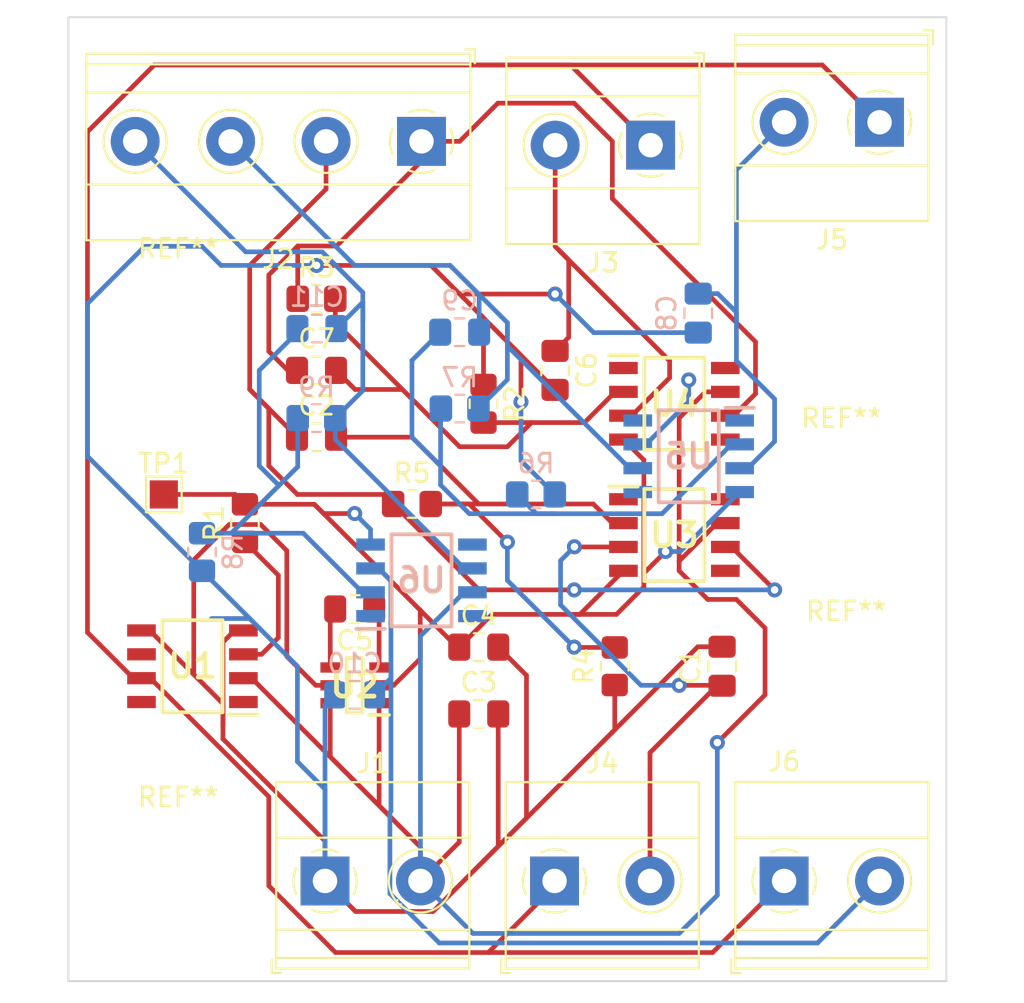
<source format=kicad_pcb>
(kicad_pcb (version 20211014) (generator pcbnew)
  (layers (0 "F.Cu" signal) (31 "B.Cu" signal) (34 "B.Paste" user) (35 "F.Paste" user) (36 "B.SilkS" user "B.Silkscreen") (37 "F.SilkS" user "F.Silkscreen") (38 "B.Mask" user) (39 "F.Mask" user) (44 "Edge.Cuts" user))
  (net 0 "")
  (net 1 "/Amplifier2/K+")
  (net 2 "GND")
  (net 3 "/Amplifier2/Vout")
  (net 4 "Net-(C2-Pad2)")
  (net 5 "+5V")
  (net 6 "-5V")
  (net 7 "Net-(C5-Pad1)")
  (net 8 "Net-(C5-Pad2)")
  (net 9 "/Amplifier1/K+")
  (net 10 "/Amplifier1/Vout")
  (net 11 "Net-(C7-Pad2)")
  (net 12 "/Amplifier3/K+")
  (net 13 "/Amplifier3/Vout")
  (net 14 "Net-(C9-Pad2)")
  (net 15 "/Amplifier4/K+")
  (net 16 "/Amplifier4/Vout")
  (net 17 "Net-(C11-Pad2)")
  (net 18 "/K-")
  (net 19 "Net-(R1-Pad1)")
  (footprint "Resistor_SMD:R_0805_2012Metric_Pad1.20x1.40mm_HandSolder" (layer "F.Cu") (at 97.79 69.85 -90)
    (fp_text reference "R2" (at 0 -1.65 90) (layer "F.SilkS"))
    (fp_text value "1kΩ")
    (pad "1" smd roundrect locked (at -1 0 270) (size 1.2 1.4) (layers "F.Cu" "F.Paste" "F.Mask") (roundrect_rratio 0.208333) (net 2 "GND"))
    (pad "2" smd roundrect locked (at 1 0 270) (size 1.2 1.4) (layers "F.Cu" "F.Paste" "F.Mask") (roundrect_rratio 0.208333) (net 11 "Net-(C7-Pad2)"))
  )
  (footprint "SamacSys_Parts:SOT95P280X100-6N" (layer "F.Cu") (at 90.932 84.836 180)
    (fp_text reference "U2" (at 0 0) (layer "F.SilkS") (effects (font (size 1.27 1.27) (thickness 0.254))))
    (fp_text value "LTC1983-5" hide)
    (pad "1" smd rect locked (at -1.3 -0.95 270) (size 0.55 1.05) (layers "F.Cu" "F.Paste" "F.Mask") (net 5 "+5V"))
    (pad "2" smd rect locked (at -1.3 0 270) (size 0.55 1.05) (layers "F.Cu" "F.Paste" "F.Mask") (net 6 "-5V"))
    (pad "3" smd rect locked (at -1.3 0.95 270) (size 0.55 1.05) (layers "F.Cu" "F.Paste" "F.Mask") (net 7 "Net-(C5-Pad1)"))
    (pad "4" smd rect locked (at 1.3 0.95 270) (size 0.55 1.05) (layers "F.Cu" "F.Paste" "F.Mask") (net 8 "Net-(C5-Pad2)"))
    (pad "5" smd rect locked (at 1.3 0 270) (size 0.55 1.05) (layers "F.Cu" "F.Paste" "F.Mask") (net 2 "GND"))
    (pad "6" smd rect locked (at 1.3 -0.95 270) (size 0.55 1.05) (layers "F.Cu" "F.Paste" "F.Mask") (net 5 "+5V"))
  )
  (footprint "TerminalBlock_Phoenix:TerminalBlock_Phoenix_MKDS-1,5-2-5.08_1x02_P5.08mm_Horizontal" (layer "F.Cu") (at 106.685 56.083 180)
    (fp_text reference "J3" (at 2.54 -6.26) (layer "F.SilkS"))
    (fp_text value "Thermocouple_Terminal")
    (pad "1" thru_hole rect locked (at 0 0 180) (size 2.6 2.6) (drill 1.3) (layers *.Cu *.Mask) (net 18 "/K-"))
    (pad "2" thru_hole circle locked (at 5.08 0 180) (size 2.6 2.6) (drill 1.3) (layers *.Cu *.Mask) (net 9 "/Amplifier1/K+"))
  )
  (footprint "SamacSys_Parts:NE555DR" (layer "F.Cu") (at 107.95 76.835)
    (fp_text reference "U3" (at 0 0) (layer "F.SilkS") (effects (font (size 1.27 1.27) (thickness 0.254))))
    (fp_text value "LT1001" hide)
    (pad "1" smd rect locked (at -2.712 -1.905 90) (size 0.65 1.525) (layers "F.Cu" "F.Paste"))
    (pad "2" smd rect locked (at -2.712 -0.635 90) (size 0.65 1.525) (layers "F.Cu" "F.Paste") (net 4 "Net-(C2-Pad2)"))
    (pad "3" smd rect locked (at -2.712 0.635 90) (size 0.65 1.525) (layers "F.Cu" "F.Paste") (net 1 "/Amplifier2/K+"))
    (pad "4" smd rect locked (at -2.712 1.905 90) (size 0.65 1.525) (layers "F.Cu" "F.Paste") (net 6 "-5V"))
    (pad "5" smd rect locked (at 2.712 1.905 90) (size 0.65 1.525) (layers "F.Cu" "F.Paste"))
    (pad "6" smd rect locked (at 2.712 0.635 90) (size 0.65 1.525) (layers "F.Cu" "F.Paste") (net 3 "/Amplifier2/Vout"))
    (pad "7" smd rect locked (at 2.712 -0.635 90) (size 0.65 1.525) (layers "F.Cu" "F.Paste") (net 5 "+5V"))
    (pad "8" smd rect locked (at 2.712 -1.905 90) (size 0.65 1.525) (layers "F.Cu" "F.Paste"))
  )
  (footprint "SamacSys_Parts:SOIC127P599X175-8N" (layer "F.Cu") (at 82.296 83.82 180)
    (fp_text reference "U1" (at 0 0) (layer "F.SilkS") (effects (font (size 1.27 1.27) (thickness 0.254))))
    (fp_text value "LT1025" hide)
    (pad "1" smd rect locked (at -2.712 -1.905 270) (size 0.65 1.526) (layers "F.Cu" "F.Paste" "F.Mask"))
    (pad "2" smd rect locked (at -2.712 -0.635 270) (size 0.65 1.526) (layers "F.Cu" "F.Paste" "F.Mask") (net 5 "+5V"))
    (pad "3" smd rect locked (at -2.712 0.635 270) (size 0.65 1.526) (layers "F.Cu" "F.Paste" "F.Mask") (net 19 "Net-(R1-Pad1)"))
    (pad "4" smd rect locked (at -2.712 1.905 270) (size 0.65 1.526) (layers "F.Cu" "F.Paste" "F.Mask") (net 2 "GND"))
    (pad "5" smd rect locked (at 2.712 1.905 270) (size 0.65 1.526) (layers "F.Cu" "F.Paste" "F.Mask") (net 2 "GND"))
    (pad "6" smd rect locked (at 2.712 0.635 270) (size 0.65 1.526) (layers "F.Cu" "F.Paste" "F.Mask"))
    (pad "7" smd rect locked (at 2.712 -0.635 270) (size 0.65 1.526) (layers "F.Cu" "F.Paste" "F.Mask") (net 18 "/K-"))
    (pad "8" smd rect locked (at 2.712 -1.905 270) (size 0.65 1.526) (layers "F.Cu" "F.Paste" "F.Mask"))
  )
  (footprint "Capacitor_SMD:C_0805_2012Metric_Pad1.18x1.45mm_HandSolder" (layer "F.Cu") (at 97.536 86.36)
    (fp_text reference "C3" (at 0 -1.68) (layer "F.SilkS"))
    (fp_text value "10uF")
    (pad "1" smd roundrect locked (at -1.0375 0) (size 1.175 1.45) (layers "F.Cu" "F.Paste" "F.Mask") (roundrect_rratio 0.212766) (net 5 "+5V"))
    (pad "2" smd roundrect locked (at 1.0375 0) (size 1.175 1.45) (layers "F.Cu" "F.Paste" "F.Mask") (roundrect_rratio 0.212766) (net 2 "GND"))
  )
  (footprint "Capacitor_SMD:C_0805_2012Metric_Pad1.18x1.45mm_HandSolder" (layer "F.Cu") (at 110.49 83.82 90)
    (fp_text reference "C1" (at 0 -1.68 90) (layer "F.SilkS"))
    (fp_text value "0.1uF")
    (pad "1" smd roundrect locked (at -1.0375 0 90) (size 1.175 1.45) (layers "F.Cu" "F.Paste" "F.Mask") (roundrect_rratio 0.212766) (net 1 "/Amplifier2/K+"))
    (pad "2" smd roundrect locked (at 1.0375 0 90) (size 1.175 1.45) (layers "F.Cu" "F.Paste" "F.Mask") (roundrect_rratio 0.212766) (net 2 "GND"))
  )
  (footprint "Capacitor_SMD:C_0805_2012Metric_Pad1.18x1.45mm_HandSolder" (layer "F.Cu") (at 97.536 82.804)
    (fp_text reference "C4" (at 0 -1.68) (layer "F.SilkS"))
    (fp_text value "10uF")
    (pad "1" smd roundrect locked (at -1.0375 0) (size 1.175 1.45) (layers "F.Cu" "F.Paste" "F.Mask") (roundrect_rratio 0.212766) (net 6 "-5V"))
    (pad "2" smd roundrect locked (at 1.0375 0) (size 1.175 1.45) (layers "F.Cu" "F.Paste" "F.Mask") (roundrect_rratio 0.212766) (net 2 "GND"))
  )
  (footprint "MountingHole:MountingHole_3.2mm_M3" (layer "F.Cu") (at 81.534 65.786)
    (fp_text reference "REF**" (at 0 -4.2) (layer "F.SilkS"))
    (fp_text value "MountingHole_3.2mm_M3")
    (pad "" np_thru_hole circle locked (at 0 0) (size 3.2 3.2) (drill 3.2) (layers *.Cu *.Mask))
  )
  (footprint "TerminalBlock_Phoenix:TerminalBlock_Phoenix_MKDS-1,5-2-5.08_1x02_P5.08mm_Horizontal" (layer "F.Cu") (at 101.572 95.25)
    (fp_text reference "J4" (at 2.54 -6.26) (layer "F.SilkS"))
    (fp_text value "Thermocouple_Terminal")
    (pad "1" thru_hole rect locked (at 0 0) (size 2.6 2.6) (drill 1.3) (layers *.Cu *.Mask) (net 18 "/K-"))
    (pad "2" thru_hole circle locked (at 5.08 0) (size 2.6 2.6) (drill 1.3) (layers *.Cu *.Mask) (net 1 "/Amplifier2/K+"))
  )
  (footprint "MountingHole:MountingHole_3.2mm_M3" (layer "F.Cu") (at 116.332 66.04)
    (fp_text reference "REF**" (at 0.508 4.572) (layer "F.SilkS"))
    (fp_text value "MountingHole_3.2mm_M3")
    (pad "" np_thru_hole circle locked (at 0 0) (size 3.2 3.2) (drill 3.2) (layers *.Cu *.Mask))
  )
  (footprint "SamacSys_Parts:NE555DR" (layer "F.Cu") (at 107.95 69.85)
    (fp_text reference "U4" (at 0 0) (layer "F.SilkS") (effects (font (size 1.27 1.27) (thickness 0.254))))
    (fp_text value "LT1001" hide)
    (pad "1" smd rect locked (at -2.712 -1.905 90) (size 0.65 1.525) (layers "F.Cu" "F.Paste"))
    (pad "2" smd rect locked (at -2.712 -0.635 90) (size 0.65 1.525) (layers "F.Cu" "F.Paste") (net 11 "Net-(C7-Pad2)"))
    (pad "3" smd rect locked (at -2.712 0.635 90) (size 0.65 1.525) (layers "F.Cu" "F.Paste") (net 9 "/Amplifier1/K+"))
    (pad "4" smd rect locked (at -2.712 1.905 90) (size 0.65 1.525) (layers "F.Cu" "F.Paste") (net 6 "-5V"))
    (pad "5" smd rect locked (at 2.712 1.905 90) (size 0.65 1.525) (layers "F.Cu" "F.Paste"))
    (pad "6" smd rect locked (at 2.712 0.635 90) (size 0.65 1.525) (layers "F.Cu" "F.Paste") (net 10 "/Amplifier1/Vout"))
    (pad "7" smd rect locked (at 2.712 -0.635 90) (size 0.65 1.525) (layers "F.Cu" "F.Paste") (net 5 "+5V"))
    (pad "8" smd rect locked (at 2.712 -1.905 90) (size 0.65 1.525) (layers "F.Cu" "F.Paste"))
  )
  (footprint "Capacitor_SMD:C_0805_2012Metric_Pad1.18x1.45mm_HandSolder" (layer "F.Cu") (at 88.9 71.628)
    (fp_text reference "C2" (at 0 -1.68) (layer "F.SilkS"))
    (fp_text value "0.1uF")
    (pad "1" smd roundrect locked (at -1.0375 0) (size 1.175 1.45) (layers "F.Cu" "F.Paste" "F.Mask") (roundrect_rratio 0.212766) (net 3 "/Amplifier2/Vout"))
    (pad "2" smd roundrect locked (at 1.0375 0) (size 1.175 1.45) (layers "F.Cu" "F.Paste" "F.Mask") (roundrect_rratio 0.212766) (net 4 "Net-(C2-Pad2)"))
  )
  (footprint "TestPoint:TestPoint_Pad_1.5x1.5mm" (layer "F.Cu") (at 80.772 74.676)
    (fp_text reference "TP1" (at 0 -1.648) (layer "F.SilkS"))
    (fp_text value "TestPoint")
    (pad "1" smd rect locked (at 0 0) (size 1.5 1.5) (layers "F.Cu" "F.Mask") (net 6 "-5V"))
  )
  (footprint "TerminalBlock_Phoenix:TerminalBlock_Phoenix_MKDS-1,5-2-5.08_1x02_P5.08mm_Horizontal" (layer "F.Cu") (at 89.352 95.25)
    (fp_text reference "J1" (at 2.54 -6.26) (layer "F.SilkS"))
    (fp_text value "Input_Screw_Terminal")
    (pad "1" thru_hole rect locked (at 0 0) (size 2.6 2.6) (drill 1.3) (layers *.Cu *.Mask) (net 2 "GND"))
    (pad "2" thru_hole circle locked (at 5.08 0) (size 2.6 2.6) (drill 1.3) (layers *.Cu *.Mask) (net 5 "+5V"))
  )
  (footprint "TerminalBlock_Phoenix:TerminalBlock_Phoenix_MKDS-1,5-4-5.08_1x04_P5.08mm_Horizontal" (layer "F.Cu") (at 94.488 55.88 180)
    (fp_text reference "J2" (at 7.62 -6.26) (layer "F.SilkS"))
    (fp_text value "Output_Screw_Terminal")
    (pad "1" thru_hole rect locked (at 0 0 180) (size 2.6 2.6) (drill 1.3) (layers *.Cu *.Mask) (net 10 "/Amplifier1/Vout"))
    (pad "2" thru_hole circle locked (at 5.08 0 180) (size 2.6 2.6) (drill 1.3) (layers *.Cu *.Mask) (net 3 "/Amplifier2/Vout"))
    (pad "3" thru_hole circle locked (at 10.16 0 180) (size 2.6 2.6) (drill 1.3) (layers *.Cu *.Mask) (net 13 "/Amplifier3/Vout"))
    (pad "4" thru_hole circle locked (at 15.24 0 180) (size 2.6 2.6) (drill 1.3) (layers *.Cu *.Mask) (net 16 "/Amplifier4/Vout"))
  )
  (footprint "Resistor_SMD:R_0805_2012Metric_Pad1.20x1.40mm_HandSolder" (layer "F.Cu") (at 88.9 64.262)
    (fp_text reference "R3" (at 0 -1.65) (layer "F.SilkS"))
    (fp_text value "17.3kΩ")
    (pad "1" smd roundrect locked (at -1 0) (size 1.2 1.4) (layers "F.Cu" "F.Paste" "F.Mask") (roundrect_rratio 0.208333) (net 10 "/Amplifier1/Vout"))
    (pad "2" smd roundrect locked (at 1 0) (size 1.2 1.4) (layers "F.Cu" "F.Paste" "F.Mask") (roundrect_rratio 0.208333) (net 11 "Net-(C7-Pad2)"))
  )
  (footprint "Capacitor_SMD:C_0805_2012Metric_Pad1.18x1.45mm_HandSolder" (layer "F.Cu") (at 88.9 68.072)
    (fp_text reference "C7" (at 0 -1.68) (layer "F.SilkS"))
    (fp_text value "0.1uF")
    (pad "1" smd roundrect locked (at -1.0375 0) (size 1.175 1.45) (layers "F.Cu" "F.Paste" "F.Mask") (roundrect_rratio 0.212766) (net 10 "/Amplifier1/Vout"))
    (pad "2" smd roundrect locked (at 1.0375 0) (size 1.175 1.45) (layers "F.Cu" "F.Paste" "F.Mask") (roundrect_rratio 0.212766) (net 11 "Net-(C7-Pad2)"))
  )
  (footprint "MountingHole:MountingHole_3.2mm_M3" (layer "F.Cu") (at 117.094 85.09)
    (fp_text reference "REF**" (at 0 -4.2) (layer "F.SilkS"))
    (fp_text value "MountingHole_3.2mm_M3")
    (pad "" np_thru_hole circle locked (at 0 0) (size 3.2 3.2) (drill 3.2) (layers *.Cu *.Mask))
  )
  (footprint "Resistor_SMD:R_0805_2012Metric_Pad1.20x1.40mm_HandSolder" (layer "F.Cu") (at 104.775 83.82 90)
    (fp_text reference "R4" (at 0 -1.65 90) (layer "F.SilkS"))
    (fp_text value "1kΩ")
    (pad "1" smd roundrect locked (at -1 0 90) (size 1.2 1.4) (layers "F.Cu" "F.Paste" "F.Mask") (roundrect_rratio 0.208333) (net 2 "GND"))
    (pad "2" smd roundrect locked (at 1 0 90) (size 1.2 1.4) (layers "F.Cu" "F.Paste" "F.Mask") (roundrect_rratio 0.208333) (net 4 "Net-(C2-Pad2)"))
  )
  (footprint "MountingHole:MountingHole_3.2mm_M3" (layer "F.Cu") (at 81.534 94.996)
    (fp_text reference "REF**" (at 0 -4.2) (layer "F.SilkS"))
    (fp_text value "MountingHole_3.2mm_M3")
    (pad "" np_thru_hole circle locked (at 0 0) (size 3.2 3.2) (drill 3.2) (layers *.Cu *.Mask))
  )
  (footprint "Capacitor_SMD:C_0805_2012Metric_Pad1.18x1.45mm_HandSolder" (layer "F.Cu") (at 101.6 68.072 -90)
    (fp_text reference "C6" (at 0 -1.68 90) (layer "F.SilkS"))
    (fp_text value "0.1uF")
    (pad "1" smd roundrect locked (at -1.0375 0 270) (size 1.175 1.45) (layers "F.Cu" "F.Paste" "F.Mask") (roundrect_rratio 0.212766) (net 9 "/Amplifier1/K+"))
    (pad "2" smd roundrect locked (at 1.0375 0 270) (size 1.175 1.45) (layers "F.Cu" "F.Paste" "F.Mask") (roundrect_rratio 0.212766) (net 2 "GND"))
  )
  (footprint "Resistor_SMD:R_0805_2012Metric_Pad1.20x1.40mm_HandSolder" (layer "F.Cu") (at 85.09 76.2 90)
    (fp_text reference "R1" (at 0 -1.65 90) (layer "F.SilkS"))
    (fp_text value "150kΩ")
    (pad "1" smd roundrect locked (at -1 0 90) (size 1.2 1.4) (layers "F.Cu" "F.Paste" "F.Mask") (roundrect_rratio 0.208333) (net 19 "Net-(R1-Pad1)"))
    (pad "2" smd roundrect locked (at 1 0 90) (size 1.2 1.4) (layers "F.Cu" "F.Paste" "F.Mask") (roundrect_rratio 0.208333) (net 6 "-5V"))
  )
  (footprint "TerminalBlock_Phoenix:TerminalBlock_Phoenix_MKDS-1,5-2-5.08_1x02_P5.08mm_Horizontal" (layer "F.Cu") (at 113.792 95.25)
    (fp_text reference "J6" (at 0 -6.35) (layer "F.SilkS"))
    (fp_text value "Thermocouple_Terminal")
    (pad "1" thru_hole rect locked (at 0 0) (size 2.6 2.6) (drill 1.3) (layers *.Cu *.Mask) (net 18 "/K-"))
    (pad "2" thru_hole circle locked (at 5.08 0) (size 2.6 2.6) (drill 1.3) (layers *.Cu *.Mask) (net 15 "/Amplifier4/K+"))
  )
  (footprint "TerminalBlock_Phoenix:TerminalBlock_Phoenix_MKDS-1,5-2-5.08_1x02_P5.08mm_Horizontal" (layer "F.Cu") (at 118.872 54.864 180)
    (fp_text reference "J5" (at 2.54 -6.26) (layer "F.SilkS"))
    (fp_text value "Thermocouple_Terminal")
    (pad "1" thru_hole rect locked (at 0 0 180) (size 2.6 2.6) (drill 1.3) (layers *.Cu *.Mask) (net 18 "/K-"))
    (pad "2" thru_hole circle locked (at 5.08 0 180) (size 2.6 2.6) (drill 1.3) (layers *.Cu *.Mask) (net 12 "/Amplifier3/K+"))
  )
  (footprint "Resistor_SMD:R_0805_2012Metric_Pad1.20x1.40mm_HandSolder" (layer "F.Cu") (at 93.98 75.184)
    (fp_text reference "R5" (at 0 -1.65) (layer "F.SilkS"))
    (fp_text value "17.3kΩ")
    (pad "1" smd roundrect locked (at -1 0) (size 1.2 1.4) (layers "F.Cu" "F.Paste" "F.Mask") (roundrect_rratio 0.208333) (net 3 "/Amplifier2/Vout"))
    (pad "2" smd roundrect locked (at 1 0) (size 1.2 1.4) (layers "F.Cu" "F.Paste" "F.Mask") (roundrect_rratio 0.208333) (net 4 "Net-(C2-Pad2)"))
  )
  (footprint "Capacitor_SMD:C_0805_2012Metric_Pad1.18x1.45mm_HandSolder" (layer "F.Cu") (at 90.932 80.772 180)
    (fp_text reference "C5" (at 0 -1.68) (layer "F.SilkS"))
    (fp_text value "1uF")
    (pad "1" smd roundrect locked (at -1.0375 0 180) (size 1.175 1.45) (layers "F.Cu" "F.Paste" "F.Mask") (roundrect_rratio 0.212766) (net 7 "Net-(C5-Pad1)"))
    (pad "2" smd roundrect locked (at 1.0375 0 180) (size 1.175 1.45) (layers "F.Cu" "F.Paste" "F.Mask") (roundrect_rratio 0.212766) (net 8 "Net-(C5-Pad2)"))
  )
  (footprint "Resistor_SMD:R_0805_2012Metric_Pad1.20x1.40mm_HandSolder" (layer "B.Cu") (at 100.584 74.676 180)
    (fp_text reference "R6" (at 0 1.65) (layer "B.SilkS") (effects (justify mirror)))
    (fp_text value "1kΩ")
    (pad "1" smd roundrect locked (at -1 0 180) (size 1.2 1.4) (layers "B.Cu" "B.Paste" "B.Mask") (roundrect_rratio 0.208333) (net 2 "GND"))
    (pad "2" smd roundrect locked (at 1 0 180) (size 1.2 1.4) (layers "B.Cu" "B.Paste" "B.Mask") (roundrect_rratio 0.208333) (net 14 "Net-(C9-Pad2)"))
  )
  (footprint "SamacSys_Parts:NE555DR" (layer "B.Cu") (at 94.488 79.248)
    (fp_text reference "U6" (at 0 0) (layer "B.SilkS") (effects (font (size 1.27 1.27) (thickness 0.254)) (justify mirror)))
    (fp_text value "LT1001" hide)
    (pad "1" smd rect locked (at -2.712 1.905 270) (size 0.65 1.525) (layers "B.Cu" "B.Paste"))
    (pad "2" smd rect locked (at -2.712 0.635 270) (size 0.65 1.525) (layers "B.Cu" "B.Paste") (net 17 "Net-(C11-Pad2)"))
    (pad "3" smd rect locked (at -2.712 -0.635 270) (size 0.65 1.525) (layers "B.Cu" "B.Paste") (net 15 "/Amplifier4/K+"))
    (pad "4" smd rect locked (at -2.712 -1.905 270) (size 0.65 1.525) (layers "B.Cu" "B.Paste") (net 6 "-5V"))
    (pad "5" smd rect locked (at 2.712 -1.905 270) (size 0.65 1.525) (layers "B.Cu" "B.Paste"))
    (pad "6" smd rect locked (at 2.712 -0.635 270) (size 0.65 1.525) (layers "B.Cu" "B.Paste") (net 16 "/Amplifier4/Vout"))
    (pad "7" smd rect locked (at 2.712 0.635 270) (size 0.65 1.525) (layers "B.Cu" "B.Paste") (net 5 "+5V"))
    (pad "8" smd rect locked (at 2.712 1.905 270) (size 0.65 1.525) (layers "B.Cu" "B.Paste"))
  )
  (footprint "Resistor_SMD:R_0805_2012Metric_Pad1.20x1.40mm_HandSolder" (layer "B.Cu") (at 82.804 77.74 90)
    (fp_text reference "R8" (at 0 1.65 90) (layer "B.SilkS") (effects (justify mirror)))
    (fp_text value "1kΩ")
    (pad "1" smd roundrect locked (at -1 0 90) (size 1.2 1.4) (layers "B.Cu" "B.Paste" "B.Mask") (roundrect_rratio 0.208333) (net 2 "GND"))
    (pad "2" smd roundrect locked (at 1 0 90) (size 1.2 1.4) (layers "B.Cu" "B.Paste" "B.Mask") (roundrect_rratio 0.208333) (net 17 "Net-(C11-Pad2)"))
  )
  (footprint "Capacitor_SMD:C_0805_2012Metric_Pad1.18x1.45mm_HandSolder" (layer "B.Cu") (at 88.921 65.846 180)
    (fp_text reference "C11" (at 0 1.68) (layer "B.SilkS") (effects (justify mirror)))
    (fp_text value "0.1uF")
    (pad "1" smd roundrect locked (at -1.0375 0 180) (size 1.175 1.45) (layers "B.Cu" "B.Paste" "B.Mask") (roundrect_rratio 0.212766) (net 16 "/Amplifier4/Vout"))
    (pad "2" smd roundrect locked (at 1.0375 0 180) (size 1.175 1.45) (layers "B.Cu" "B.Paste" "B.Mask") (roundrect_rratio 0.212766) (net 17 "Net-(C11-Pad2)"))
  )
  (footprint "Capacitor_SMD:C_0805_2012Metric_Pad1.18x1.45mm_HandSolder" (layer "B.Cu") (at 90.932 85.344 180)
    (fp_text reference "C10" (at 0 1.68) (layer "B.SilkS") (effects (justify mirror)))
    (fp_text value "0.1uF")
    (pad "1" smd roundrect locked (at -1.0375 0 180) (size 1.175 1.45) (layers "B.Cu" "B.Paste" "B.Mask") (roundrect_rratio 0.212766) (net 15 "/Amplifier4/K+"))
    (pad "2" smd roundrect locked (at 1.0375 0 180) (size 1.175 1.45) (layers "B.Cu" "B.Paste" "B.Mask") (roundrect_rratio 0.212766) (net 2 "GND"))
  )
  (footprint "Resistor_SMD:R_0805_2012Metric_Pad1.20x1.40mm_HandSolder" (layer "B.Cu") (at 96.52 70.104 180)
    (fp_text reference "R7" (at 0 1.65) (layer "B.SilkS") (effects (justify mirror)))
    (fp_text value "17.3kΩ")
    (pad "1" smd roundrect locked (at -1 0 180) (size 1.2 1.4) (layers "B.Cu" "B.Paste" "B.Mask") (roundrect_rratio 0.208333) (net 13 "/Amplifier3/Vout"))
    (pad "2" smd roundrect locked (at 1 0 180) (size 1.2 1.4) (layers "B.Cu" "B.Paste" "B.Mask") (roundrect_rratio 0.208333) (net 14 "Net-(C9-Pad2)"))
  )
  (footprint "Capacitor_SMD:C_0805_2012Metric_Pad1.18x1.45mm_HandSolder" (layer "B.Cu") (at 109.22 65.024 -90)
    (fp_text reference "C8" (at 0 1.68 90) (layer "B.SilkS") (effects (justify mirror)))
    (fp_text value "0.1uF")
    (pad "1" smd roundrect locked (at -1.0375 0 270) (size 1.175 1.45) (layers "B.Cu" "B.Paste" "B.Mask") (roundrect_rratio 0.212766) (net 12 "/Amplifier3/K+"))
    (pad "2" smd roundrect locked (at 1.0375 0 270) (size 1.175 1.45) (layers "B.Cu" "B.Paste" "B.Mask") (roundrect_rratio 0.212766) (net 2 "GND"))
  )
  (footprint "Resistor_SMD:R_0805_2012Metric_Pad1.20x1.40mm_HandSolder" (layer "B.Cu") (at 88.9 70.612 180)
    (fp_text reference "R9" (at 0 1.65) (layer "B.SilkS") (effects (justify mirror)))
    (fp_text value "17.3kΩ")
    (pad "1" smd roundrect locked (at -1 0 180) (size 1.2 1.4) (layers "B.Cu" "B.Paste" "B.Mask") (roundrect_rratio 0.208333) (net 16 "/Amplifier4/Vout"))
    (pad "2" smd roundrect locked (at 1 0 180) (size 1.2 1.4) (layers "B.Cu" "B.Paste" "B.Mask") (roundrect_rratio 0.208333) (net 17 "Net-(C11-Pad2)"))
  )
  (footprint "Capacitor_SMD:C_0805_2012Metric_Pad1.18x1.45mm_HandSolder" (layer "B.Cu") (at 96.52 66.04 180)
    (fp_text reference "C9" (at 0 1.68) (layer "B.SilkS") (effects (justify mirror)))
    (fp_text value "0.1uF")
    (pad "1" smd roundrect locked (at -1.0375 0 180) (size 1.175 1.45) (layers "B.Cu" "B.Paste" "B.Mask") (roundrect_rratio 0.212766) (net 13 "/Amplifier3/Vout"))
    (pad "2" smd roundrect locked (at 1.0375 0 180) (size 1.175 1.45) (layers "B.Cu" "B.Paste" "B.Mask") (roundrect_rratio 0.212766) (net 14 "Net-(C9-Pad2)"))
  )
  (footprint "SamacSys_Parts:NE555DR" (layer "B.Cu") (at 108.712 72.644 180)
    (fp_text reference "U5" (at 0 0) (layer "B.SilkS") (effects (font (size 1.27 1.27) (thickness 0.254)) (justify mirror)))
    (fp_text value "LT1001" hide)
    (pad "1" smd rect locked (at -2.712 1.905 90) (size 0.65 1.525) (layers "B.Cu" "B.Paste"))
    (pad "2" smd rect locked (at -2.712 0.635 90) (size 0.65 1.525) (layers "B.Cu" "B.Paste") (net 14 "Net-(C9-Pad2)"))
    (pad "3" smd rect locked (at -2.712 -0.635 90) (size 0.65 1.525) (layers "B.Cu" "B.Paste") (net 12 "/Amplifier3/K+"))
    (pad "4" smd rect locked (at -2.712 -1.905 90) (size 0.65 1.525) (layers "B.Cu" "B.Paste") (net 6 "-5V"))
    (pad "5" smd rect locked (at 2.712 -1.905 90) (size 0.65 1.525) (layers "B.Cu" "B.Paste"))
    (pad "6" smd rect locked (at 2.712 -0.635 90) (size 0.65 1.525) (layers "B.Cu" "B.Paste") (net 13 "/Amplifier3/Vout"))
    (pad "7" smd rect locked (at 2.712 0.635 90) (size 0.65 1.525) (layers "B.Cu" "B.Paste") (net 5 "+5V"))
    (pad "8" smd rect locked (at 2.712 1.905 90) (size 0.65 1.525) (layers "B.Cu" "B.Paste"))
  )
  (gr_rect (start 75.692 49.276) (end 122.428 100.584) (layer "Edge.Cuts") (width 0.1) (fill none))
  (segment (start 106.652 88.42) (end 106.652 95.25) (width 0.25) (layer "F.Cu") (net 1))
  (segment (start 110.49 84.8575) (end 110.2145 84.8575) (width 0.25) (layer "F.Cu") (net 1))
  (segment (start 110.2145 84.8575) (end 106.652 88.42) (width 0.25) (layer "F.Cu") (net 1))
  (segment (start 105.238 77.47) (end 102.637416 77.47) (width 0.25) (layer "F.Cu") (net 1))
  (segment (start 102.637416 77.47) (end 102.62838 77.460964) (width 0.25) (layer "F.Cu") (net 1))
  (segment (start 110.4685 84.836) (end 110.49 84.8575) (width 0.25) (layer "F.Cu") (net 1))
  (segment (start 108.204 84.836) (end 110.4685 84.836) (width 0.25) (layer "F.Cu") (net 1))
  (via (at 102.62838 77.460964) (size 0.8) (drill 0.4) (layers "F.Cu" "B.Cu") (net 1))
  (via (at 108.204 84.836) (size 0.8) (drill 0.4) (layers "F.Cu" "B.Cu") (net 1))
  (segment (start 106.172 84.836) (end 108.204 84.836) (width 0.25) (layer "B.Cu") (net 1))
  (segment (start 101.891489 80.555489) (end 106.172 84.836) (width 0.25) (layer "B.Cu") (net 1))
  (segment (start 101.891489 78.197855) (end 101.891489 80.555489) (width 0.25) (layer "B.Cu") (net 1))
  (segment (start 102.62838 77.460964) (end 101.891489 78.197855) (width 0.25) (layer "B.Cu") (net 1))
  (segment (start 82.3655 78.1625) (end 82.3655 84.2585) (width 0.25) (layer "F.Cu") (net 2))
  (segment (start 87.31752 83.29652) (end 87.31752 77.66552) (width 0.25) (layer "F.Cu") (net 2))
  (segment (start 83.920489 86.968489) (end 83.920489 87.688749) (width 0.25) (layer "F.Cu") (net 2))
  (segment (start 101.6 69.1095) (end 101.6 69.088) (width 0.25) (layer "F.Cu") (net 2))
  (segment (start 99.06 66.548) (end 97.028 64.516) (width 0.25) (layer "F.Cu") (net 2))
  (segment (start 90.976511 96.874511) (end 89.352 95.25) (width 0.25) (layer "F.Cu") (net 2))
  (segment (start 98.5735 86.36) (end 98.5735 93.405907) (width 0.25) (layer "F.Cu") (net 2))
  (segment (start 99.784277 69.749987) (end 99.784277 67.272277) (width 0.25) (layer "F.Cu") (net 2))
  (segment (start 97.79 65.278) (end 97.028 64.516) (width 0.25) (layer "F.Cu") (net 2))
  (segment (start 98.5735 93.405907) (end 97.513703 94.465703) (width 0.25) (layer "F.Cu") (net 2))
  (segment (start 80.022 81.915) (end 82.3655 84.2585) (width 0.25) (layer "F.Cu") (net 2))
  (segment (start 89.352 93.12026) (end 89.352 95.25) (width 0.25) (layer "F.Cu") (net 2))
  (segment (start 101.6 64.008) (end 96.52 64.008) (width 0.25) (layer "F.Cu") (net 2))
  (segment (start 94.996 62.484) (end 88.9 62.484) (width 0.25) (layer "F.Cu") (net 2))
  (segment (start 109.196906 82.7825) (end 104.117703 87.861703) (width 0.25) (layer "F.Cu") (net 2))
  (segment (start 96.012 63.5) (end 94.996 62.484) (width 0.25) (layer "F.Cu") (net 2))
  (segment (start 95.104896 96.874511) (end 90.976511 96.874511) (width 0.25) (layer "F.Cu") (net 2))
  (segment (start 97.028 64.516) (end 96.52 64.008) (width 0.25) (layer "F.Cu") (net 2))
  (segment (start 83.920489 87.688749) (end 89.352 93.12026) (width 0.25) (layer "F.Cu") (net 2))
  (segment (start 83.920489 85.813489) (end 83.920489 86.968489) (width 0.25) (layer "F.Cu") (net 2))
  (segment (start 84.540978 81.915) (end 83.920489 82.535489) (width 0.25) (layer "F.Cu") (net 2))
  (segment (start 96.52 64.008) (end 96.012 63.5) (width 0.25) (layer "F.Cu") (net 2))
  (segment (start 97.513703 94.465703) (end 95.104896 96.874511) (width 0.25) (layer "F.Cu") (net 2))
  (segment (start 99.784277 67.272277) (end 99.06 66.548) (width 0.25) (layer "F.Cu") (net 2))
  (segment (start 84.25252 76.27548) (end 82.3655 78.1625) (width 0.25) (layer "F.Cu") (net 2))
  (segment (start 98.5735 82.804) (end 100.076 84.3065) (width 0.25) (layer "F.Cu") (net 2))
  (segment (start 100.076 91.903406) (end 98.783703 93.195703) (width 0.25) (layer "F.Cu") (net 2))
  (segment (start 97.79 68.85) (end 97.79 65.278) (width 0.25) (layer "F.Cu") (net 2))
  (segment (start 83.920489 82.535489) (end 83.920489 86.968489) (width 0.25) (layer "F.Cu") (net 2))
  (segment (start 85.008 81.915) (end 84.540978 81.915) (width 0.25) (layer "F.Cu") (net 2))
  (segment (start 110.49 82.7825) (end 109.196906 82.7825) (width 0.25) (layer "F.Cu") (net 2))
  (segment (start 87.31752 77.66552) (end 85.92748 76.27548) (width 0.25) (layer "F.Cu") (net 2))
  (segment (start 89.632 84.836) (end 88.857 84.836) (width 0.25) (layer "F.Cu") (net 2))
  (segment (start 82.3655 84.2585) (end 83.920489 85.813489) (width 0.25) (layer "F.Cu") (net 2))
  (segment (start 104.775 87.204406) (end 104.117703 87.861703) (width 0.25) (layer "F.Cu") (net 2))
  (segment (start 85.92748 76.27548) (end 84.25252 76.27548) (width 0.25) (layer "F.Cu") (net 2))
  (segment (start 104.775 84.82) (end 104.775 87.204406) (width 0.25) (layer "F.Cu") (net 2))
  (segment (start 101.6 69.088) (end 99.06 66.548) (width 0.25) (layer "F.Cu") (net 2))
  (segment (start 100.076 84.3065) (end 100.076 91.903406) (width 0.25) (layer "F.Cu") (net 2))
  (segment (start 104.117703 87.861703) (end 98.783703 93.195703) (width 0.25) (layer "F.Cu") (net 2))
  (segment (start 98.783703 93.195703) (end 97.513703 94.465703) (width 0.25) (layer "F.Cu") (net 2))
  (segment (start 88.857 84.836) (end 87.31752 83.29652) (width 0.25) (layer "F.Cu") (net 2))
  (segment (start 79.584 81.915) (end 80.022 81.915) (width 0.25) (layer "F.Cu") (net 2))
  (via (at 99.784277 69.749987) (size 0.8) (drill 0.4) (layers "F.Cu" "B.Cu") (net 2))
  (via (at 88.9 62.484) (size 0.8) (drill 0.4) (layers "F.Cu" "B.Cu") (net 2))
  (via (at 101.6 64.008) (size 0.8) (drill 0.4) (layers "F.Cu" "B.Cu") (net 2))
  (segment (start 79.756 61.468) (end 76.708 64.516) (width 0.25) (layer "B.Cu") (net 2))
  (segment (start 83.312 81.28) (end 85.344 81.28) (width 0.25) (layer "B.Cu") (net 2))
  (segment (start 76.708 72.644) (end 82.804 78.74) (width 0.25) (layer "B.Cu") (net 2))
  (segment (start 103.6535 66.0615) (end 101.6 64.008) (width 0.25) (layer "B.Cu") (net 2))
  (segment (start 101.584 74.676) (end 99.784277 72.876277) (width 0.25) (layer "B.Cu") (net 2))
  (segment (start 89.352 85.8865) (end 89.352 95.25) (width 0.25) (layer "B.Cu") (net 2))
  (segment (start 99.784277 72.876277) (end 99.784277 69.749987) (width 0.25) (layer "B.Cu") (net 2))
  (segment (start 88.9 62.484) (end 83.82 62.484) (width 0.25) (layer "B.Cu") (net 2))
  (segment (start 89.8945 85.344) (end 89.352 85.8865) (width 0.25) (layer "B.Cu") (net 2))
  (segment (start 87.884 88.9) (end 89.352 90.368) (width 0.25) (layer "B.Cu") (net 2))
  (segment (start 89.352 90.368) (end 89.352 95.25) (width 0.25) (layer "B.Cu") (net 2))
  (segment (start 83.82 62.484) (end 82.804 61.468) (width 0.25) (layer "B.Cu") (net 2))
  (segment (start 76.708 64.516) (end 76.708 72.644) (width 0.25) (layer "B.Cu") (net 2))
  (segment (start 87.884 83.82) (end 87.884 88.9) (width 0.25) (layer "B.Cu") (net 2))
  (segment (start 85.344 81.28) (end 87.884 83.82) (width 0.25) (layer "B.Cu") (net 2))
  (segment (start 82.804 78.74) (end 85.344 81.28) (width 0.25) (layer "B.Cu") (net 2))
  (segment (start 109.22 66.0615) (end 103.6535 66.0615) (width 0.25) (layer "B.Cu") (net 2))
  (segment (start 82.804 61.468) (end 79.756 61.468) (width 0.25) (layer "B.Cu") (net 2))
  (segment (start 113.284 79.756) (end 110.998 77.47) (width 0.25) (layer "F.Cu") (net 3))
  (segment (start 110.998 77.47) (end 110.662 77.47) (width 0.25) (layer "F.Cu") (net 3))
  (segment (start 89.408 58.42) (end 85.344 62.484) (width 0.25) (layer "F.Cu") (net 3))
  (segment (start 85.344 62.484) (end 85.344 69.088) (width 0.25) (layer "F.Cu") (net 3))
  (segment (start 97.552 79.756) (end 102.616 79.756) (width 0.25) (layer "F.Cu") (net 3))
  (segment (start 86.36 73.152) (end 87.884 74.676) (width 0.25) (layer "F.Cu") (net 3))
  (segment (start 92.98 75.184) (end 97.552 79.756) (width 0.25) (layer "F.Cu") (net 3))
  (segment (start 86.36 70.104) (end 86.36 73.152) (width 0.25) (layer "F.Cu") (net 3))
  (segment (start 85.344 69.088) (end 86.36 70.104) (width 0.25) (layer "F.Cu") (net 3))
  (segment (start 87.884 74.676) (end 92.964 74.676) (width 0.25) (layer "F.Cu") (net 3))
  (segment (start 87.8625 71.6065) (end 85.344 69.088) (width 0.25) (layer "F.Cu") (net 3))
  (segment (start 89.408 55.88) (end 89.408 58.42) (width 0.25) (layer "F.Cu") (net 3))
  (segment (start 87.8625 71.628) (end 87.8625 71.6065) (width 0.25) (layer "F.Cu") (net 3))
  (via (at 113.284 79.756) (size 0.8) (drill 0.4) (layers "F.Cu" "B.Cu") (net 3))
  (via (at 102.616 79.756) (size 0.8) (drill 0.4) (layers "F.Cu" "B.Cu") (net 3))
  (segment (start 102.616 79.756) (end 113.284 79.756) (width 0.25) (layer "B.Cu") (net 3))
  (segment (start 97.028 75.184) (end 94.98 75.184) (width 0.25) (layer "F.Cu") (net 4))
  (segment (start 89.9375 71.628) (end 93.98 71.628) (width 0.25) (layer "F.Cu") (net 4))
  (segment (start 102.632 82.82) (end 102.616 82.804) (width 0.25) (layer "F.Cu") (net 4))
  (segment (start 99.06 77.216) (end 97.028 75.184) (width 0.25) (layer "F.Cu") (net 4))
  (segment (start 104.775 82.82) (end 102.632 82.82) (width 0.25) (layer "F.Cu") (net 4))
  (segment (start 94.98 75.184) (end 97.536 75.184) (width 0.25) (layer "F.Cu") (net 4))
  (segment (start 93.98 71.628) (end 97.536 75.184) (width 0.25) (layer "F.Cu") (net 4))
  (segment (start 97.536 75.184) (end 103.632 75.184) (width 0.25) (layer "F.Cu") (net 4))
  (segment (start 103.632 75.184) (end 104.648 76.2) (width 0.25) (layer "F.Cu") (net 4))
  (via (at 99.06 77.216) (size 0.8) (drill 0.4) (layers "F.Cu" "B.Cu") (net 4))
  (via (at 102.616 82.804) (size 0.8) (drill 0.4) (layers "F.Cu" "B.Cu") (net 4))
  (segment (start 102.616 82.804) (end 99.06 79.248) (width 0.25) (layer "B.Cu") (net 4))
  (segment (start 99.06 79.248) (end 99.06 77.216) (width 0.25) (layer "B.Cu") (net 4))
  (segment (start 92.232 91.241) (end 92.9515 91.9605) (width 0.25) (layer "F.Cu") (net 5))
  (segment (start 108.204 70.612) (end 108.712 70.104) (width 0.25) (layer "F.Cu") (net 5))
  (segment (start 85.446 84.455) (end 90.9195 89.9285) (width 0.25) (layer "F.Cu") (net 5))
  (segment (start 90.9195 89.9285) (end 92.9515 91.9605) (width 0.25) (layer "F.Cu") (net 5))
  (segment (start 111.252 80.264) (end 109.728 80.264) (width 0.25) (layer "F.Cu") (net 5))
  (segment (start 108.712 70.104) (end 109.601 69.215) (width 0.25) (layer "F.Cu") (net 5))
  (segment (start 110.2245 76.2) (end 108.204 78.2205) (width 0.25) (layer "F.Cu") (net 5))
  (segment (start 110.662 76.2) (end 110.2245 76.2) (width 0.25) (layer "F.Cu") (net 5))
  (segment (start 89.632 88.641) (end 90.9195 89.9285) (width 0.25) (layer "F.Cu") (net 5))
  (segment (start 96.4985 86.36) (end 96.4985 93.1835) (width 0.25) (layer "F.Cu") (net 5))
  (segment (start 108.204 78.232) (end 108.204 70.612) (width 0.25) (layer "F.Cu") (net 5))
  (segment (start 112.776 85.344) (end 112.776 81.788) (width 0.25) (layer "F.Cu") (net 5))
  (segment (start 96.4985 93.1835) (end 94.432 95.25) (width 0.25) (layer "F.Cu") (net 5))
  (segment (start 109.728 80.264) (end 108.204 78.74) (width 0.25) (layer "F.Cu") (net 5))
  (segment (start 110.236 87.884) (end 112.776 85.344) (width 0.25) (layer "F.Cu") (net 5))
  (segment (start 85.008 84.455) (end 85.446 84.455) (width 0.25) (layer "F.Cu") (net 5))
  (segment (start 108.712 68.58) (end 108.712 70.104) (width 0.25) (layer "F.Cu") (net 5))
  (segment (start 89.632 85.786) (end 89.632 88.641) (width 0.25) (layer "F.Cu") (net 5))
  (segment (start 112.776 81.788) (end 111.252 80.264) (width 0.25) (layer "F.Cu") (net 5))
  (segment (start 92.232 85.786) (end 92.232 91.241) (width 0.25) (layer "F.Cu") (net 5))
  (segment (start 92.9515 91.9605) (end 94.432 93.441) (width 0.25) (layer "F.Cu") (net 5))
  (segment (start 108.204 78.74) (end 108.204 78.232) (width 0.25) (layer "F.Cu") (net 5))
  (segment (start 109.601 69.215) (end 110.662 69.215) (width 0.25) (layer "F.Cu") (net 5))
  (segment (start 108.204 78.2205) (end 108.204 78.232) (width 0.25) (layer "F.Cu") (net 5))
  (segment (start 94.432 93.441) (end 94.432 95.25) (width 0.25) (layer "F.Cu") (net 5))
  (via (at 110.236 87.884) (size 0.8) (drill 0.4) (layers "F.Cu" "B.Cu") (net 5))
  (via (at 108.712 68.58) (size 0.8) (drill 0.4) (layers "F.Cu" "B.Cu") (net 5))
  (segment (start 97.226 98.044) (end 108.204 98.044) (width 0.25) (layer "B.Cu") (net 5))
  (segment (start 108.204 98.044) (end 110.236 96.012) (width 0.25) (layer "B.Cu") (net 5))
  (segment (start 96.7625 79.883) (end 94.432 82.2135) (width 0.25) (layer "B.Cu") (net 5))
  (segment (start 110.236 96.012) (end 110.236 87.884) (width 0.25) (layer "B.Cu") (net 5))
  (segment (start 106 72.009) (end 106.4375 72.009) (width 0.25) (layer "B.Cu") (net 5))
  (segment (start 106.4375 72.009) (end 108.712 69.7345) (width 0.25) (layer "B.Cu") (net 5))
  (segment (start 94.432 82.2135) (end 94.432 95.25) (width 0.25) (layer "B.Cu") (net 5))
  (segment (start 108.712 69.7345) (end 108.712 68.58) (width 0.25) (layer "B.Cu") (net 5))
  (segment (start 97.2 79.883) (end 96.7625 79.883) (width 0.25) (layer "B.Cu") (net 5))
  (segment (start 94.432 95.25) (end 97.226 98.044) (width 0.25) (layer "B.Cu") (net 5))
  (segment (start 106.325011 79.602989) (end 104.86848 81.05952) (width 0.25) (layer "F.Cu") (net 6))
  (segment (start 106.325011 72.842011) (end 106.325011 79.401011) (width 0.25) (layer "F.Cu") (net 6))
  (segment (start 105.238 71.755) (end 106.325011 72.842011) (width 0.25) (layer "F.Cu") (net 6))
  (segment (start 106.325011 79.401011) (end 106.325011 79.602989) (width 0.25) (layer "F.Cu") (net 6))
  (segment (start 102.32848 81.05952) (end 98.24298 81.05952) (width 0.25) (layer "F.Cu") (net 6))
  (segment (start 94.422246 83.420754) (end 94.422246 80.837754) (width 0.25) (layer "F.Cu") (net 6))
  (segment (start 107.4795 77.714099) (end 106.325011 78.868588) (width 0.25) (layer "F.Cu") (net 6))
  (segment (start 88.784493 75.2) (end 88.834246 75.249754) (width 0.25) (layer "F.Cu") (net 6))
  (segment (start 106.325011 78.868588) (end 106.325011 79.401011) (width 0.25) (layer "F.Cu") (net 6))
  (segment (start 80.772 74.676) (end 84.566 74.676) (width 0.25) (layer "F.Cu") (net 6))
  (segment (start 84.566 74.676) (end 85.09 75.2) (width 0.25) (layer "F.Cu") (net 6))
  (segment (start 88.834246 75.249754) (end 94.422246 80.837754) (width 0.25) (layer "F.Cu") (net 6))
  (segment (start 89.276492 75.692) (end 88.834246 75.249754) (width 0.25) (layer "F.Cu") (net 6))
  (segment (start 94.422246 80.837754) (end 96.388492 82.804) (width 0.25) (layer "F.Cu") (net 6))
  (segment (start 105.238 78.74) (end 102.91848 81.05952) (width 0.25) (layer "F.Cu") (net 6))
  (segment (start 92.232 84.836) (end 93.007 84.836) (width 0.25) (layer "F.Cu") (net 6))
  (segment (start 96.388492 82.804) (end 96.4985 82.804) (width 0.25) (layer "F.Cu") (net 6))
  (segment (start 90.932 75.692) (end 89.276492 75.692) (width 0.25) (layer "F.Cu") (net 6))
  (segment (start 102.91848 81.05952) (end 102.32848 81.05952) (width 0.25) (layer "F.Cu") (net 6))
  (segment (start 93.007 84.836) (end 94.422246 83.420754) (width 0.25) (layer "F.Cu") (net 6))
  (segment (start 104.86848 81.05952) (end 102.32848 81.05952) (width 0.25) (layer "F.Cu") (net 6))
  (segment (start 98.24298 81.05952) (end 96.4985 82.804) (width 0.25) (layer "F.Cu") (net 6))
  (segment (start 85.09 75.2) (end 88.784493 75.2) (width 0.25) (layer "F.Cu") (net 6))
  (via (at 107.4795 77.714099) (size 0.8) (drill 0.4) (layers "F.Cu" "B.Cu") (net 6))
  (via (at 90.932 75.692) (size 0.8) (drill 0.4) (layers "F.Cu" "B.Cu") (net 6))
  (segment (start 91.776 77.343) (end 91.776 76.536) (width 0.25) (layer "B.Cu") (net 6))
  (segment (start 111.424 74.549) (end 108.258901 77.714099) (width 0.25) (layer "B.Cu") (net 6))
  (segment (start 108.258901 77.714099) (end 107.4795 77.714099) (width 0.25) (layer "B.Cu") (net 6))
  (segment (start 91.776 76.536) (end 90.932 75.692) (width 0.25) (layer "B.Cu") (net 6))
  (segment (start 91.9695 80.772) (end 92.232 81.0345) (width 0.25) (layer "F.Cu") (net 7))
  (segment (start 92.232 81.0345) (end 92.232 83.886) (width 0.25) (layer "F.Cu") (net 7))
  (segment (start 89.8945 80.772) (end 89.632 81.0345) (width 0.25) (layer "F.Cu") (net 8))
  (segment (start 89.632 81.0345) (end 89.632 83.886) (width 0.25) (layer "F.Cu") (net 8))
  (segment (start 105.6755 70.485) (end 105.238 70.485) (width 0.25) (layer "F.Cu") (net 9))
  (segment (start 101.6 67.0345) (end 102.324511 66.309989) (width 0.25) (layer "F.Cu") (net 9))
  (segment (start 102.324511 66.309989) (end 102.324511 62.192511) (width 0.25) (layer "F.Cu") (net 9))
  (segment (start 107.696 67.564) (end 107.696 68.4645) (width 0.25) (layer "F.Cu") (net 9))
  (segment (start 101.6 67.0345) (end 101.6215 67.0345) (width 0.25) (layer "F.Cu") (net 9))
  (segment (start 101.854 61.722) (end 107.696 67.564) (width 0.25) (layer "F.Cu") (net 9))
  (segment (start 107.696 68.4645) (end 105.6755 70.485) (width 0.25) (layer "F.Cu") (net 9))
  (segment (start 102.324511 62.192511) (end 101.854 61.722) (width 0.25) (layer "F.Cu") (net 9))
  (segment (start 101.605 61.473) (end 101.854 61.722) (width 0.25) (layer "F.Cu") (net 9))
  (segment (start 101.605 56.083) (end 101.605 61.473) (width 0.25) (layer "F.Cu") (net 9))
  (segment (start 102.616 53.848) (end 104.648 55.88) (width 0.25) (layer "F.Cu") (net 10))
  (segment (start 98.552 53.848) (end 102.616 53.848) (width 0.25) (layer "F.Cu") (net 10))
  (segment (start 94.488 55.88) (end 96.52 55.88) (width 0.25) (layer "F.Cu") (net 10))
  (segment (start 87.9 64.262) (end 87.9 61.452) (width 0.25) (layer "F.Cu") (net 10))
  (segment (start 94.488 56.928) (end 94.488 55.88) (width 0.25) (layer "F.Cu") (net 10))
  (segment (start 104.648 55.88) (end 104.648 58.928) (width 0.25) (layer "F.Cu") (net 10))
  (segment (start 89.964 61.452) (end 90.456 60.96) (width 0.25) (layer "F.Cu") (net 10))
  (segment (start 90.456 60.96) (end 94.488 56.928) (width 0.25) (layer "F.Cu") (net 10))
  (segment (start 87.376 68.072) (end 86.36 67.056) (width 0.25) (layer "F.Cu") (net 10))
  (segment (start 87.8625 68.072) (end 87.376 68.072) (width 0.25) (layer "F.Cu") (net 10))
  (segment (start 112.268 69.3165) (end 111.0995 70.485) (width 0.25) (layer "F.Cu") (net 10))
  (segment (start 112.268 66.548) (end 112.268 69.3165) (width 0.25) (layer "F.Cu") (net 10))
  (segment (start 87.9 61.452) (end 89.964 61.452) (width 0.25) (layer "F.Cu") (net 10))
  (segment (start 96.52 55.88) (end 98.552 53.848) (width 0.25) (layer "F.Cu") (net 10))
  (segment (start 86.36 67.056) (end 86.36 62.992) (width 0.25) (layer "F.Cu") (net 10))
  (segment (start 111.0995 70.485) (end 110.662 70.485) (width 0.25) (layer "F.Cu") (net 10))
  (segment (start 86.36 62.992) (end 87.9 61.452) (width 0.25) (layer "F.Cu") (net 10))
  (segment (start 104.648 58.928) (end 112.268 66.548) (width 0.25) (layer "F.Cu") (net 10))
  (segment (start 103.1655 70.85) (end 100.346 70.85) (width 0.25) (layer "F.Cu") (net 11))
  (segment (start 100.346 70.85) (end 97.79 70.85) (width 0.25) (layer "F.Cu") (net 11))
  (segment (start 93.472 69.088) (end 89.9 65.516) (width 0.25) (layer "F.Cu") (net 11))
  (segment (start 100.346 70.85) (end 99.06 72.136) (width 0.25) (layer "F.Cu") (net 11))
  (segment (start 89.9 65.516) (end 89.9 64.262) (width 0.25) (layer "F.Cu") (net 11))
  (segment (start 96.52 72.136) (end 93.472 69.088) (width 0.25) (layer "F.Cu") (net 11))
  (segment (start 104.8005 69.215) (end 103.1655 70.85) (width 0.25) (layer "F.Cu") (net 11))
  (segment (start 90.9535 69.088) (end 93.472 69.088) (width 0.25) (layer "F.Cu") (net 11))
  (segment (start 99.06 72.136) (end 96.52 72.136) (width 0.25) (layer "F.Cu") (net 11))
  (segment (start 105.238 69.215) (end 104.8005 69.215) (width 0.25) (layer "F.Cu") (net 11))
  (segment (start 89.9375 68.072) (end 90.9535 69.088) (width 0.25) (layer "F.Cu") (net 11))
  (segment (start 111.252 57.404) (end 111.252 65.532) (width 0.25) (layer "B.Cu") (net 12))
  (segment (start 110.2575 63.9865) (end 111.252 64.981) (width 0.25) (layer "B.Cu") (net 12))
  (segment (start 113.792 54.864) (end 111.252 57.404) (width 0.25) (layer "B.Cu") (net 12))
  (segment (start 111.8615 73.279) (end 111.424 73.279) (width 0.25) (layer "B.Cu") (net 12))
  (segment (start 111.252 64.981) (end 111.252 65.532) (width 0.25) (layer "B.Cu") (net 12))
  (segment (start 109.22 63.9865) (end 110.2575 63.9865) (width 0.25) (layer "B.Cu") (net 12))
  (segment (start 111.252 67.564) (end 113.284 69.596) (width 0.25) (layer "B.Cu") (net 12))
  (segment (start 113.284 71.8565) (end 111.8615 73.279) (width 0.25) (layer "B.Cu") (net 12))
  (segment (start 111.252 65.532) (end 111.252 67.564) (width 0.25) (layer "B.Cu") (net 12))
  (segment (start 113.284 69.596) (end 113.284 71.8565) (width 0.25) (layer "B.Cu") (net 12))
  (segment (start 96.012 62.484) (end 97.536 64.008) (width 0.25) (layer "B.Cu") (net 13))
  (segment (start 97.5575 66.04) (end 97.5575 64.0295) (width 0.25) (layer "B.Cu") (net 13))
  (segment (start 99.06 66.7765) (end 105.5625 73.279) (width 0.25) (layer "B.Cu") (net 13))
  (segment (start 97.52 70.104) (end 99.06 68.564) (width 0.25) (layer "B.Cu") (net 13))
  (segment (start 90.932 62.484) (end 96.012 62.484) (width 0.25) (layer "B.Cu") (net 13))
  (segment (start 99.06 68.564) (end 99.06 65.532) (width 0.25) (layer "B.Cu") (net 13))
  (segment (start 97.536 64.008) (end 99.06 65.532) (width 0.25) (layer "B.Cu") (net 13))
  (segment (start 97.5575 64.0295) (end 97.536 64.008) (width 0.25) (layer "B.Cu") (net 13))
  (segment (start 99.06 65.532) (end 99.06 66.7765) (width 0.25) (layer "B.Cu") (net 13))
  (segment (start 84.328 55.88) (end 90.932 62.484) (width 0.25) (layer "B.Cu") (net 13))
  (segment (start 105.5625 73.279) (end 106 73.279) (width 0.25) (layer "B.Cu") (net 13))
  (segment (start 107.29498 75.70052) (end 101.60852 75.70052) (width 0.25) (layer "B.Cu") (net 14))
  (segment (start 95.504 74.168) (end 95.504 73.152) (width 0.25) (layer "B.Cu") (net 14))
  (segment (start 95.504 70.12) (end 95.52 70.104) (width 0.25) (layer "B.Cu") (net 14))
  (segment (start 100.60852 75.70052) (end 99.584 74.676) (width 0.25) (layer "B.Cu") (net 14))
  (segment (start 97.03652 75.70052) (end 95.504 74.168) (width 0.25) (layer "B.Cu") (net 14))
  (segment (start 101.60852 75.70052) (end 100.60852 75.70052) (width 0.25) (layer "B.Cu") (net 14))
  (segment (start 93.98 71.628) (end 93.98 67.5425) (width 0.25) (layer "B.Cu") (net 14))
  (segment (start 95.504 73.152) (end 93.98 71.628) (width 0.25) (layer "B.Cu") (net 14))
  (segment (start 110.9865 72.009) (end 107.29498 75.70052) (width 0.25) (layer "B.Cu") (net 14))
  (segment (start 101.60852 75.70052) (end 97.03652 75.70052) (width 0.25) (layer "B.Cu") (net 14))
  (segment (start 111.424 72.009) (end 110.9865 72.009) (width 0.25) (layer "B.Cu") (net 14))
  (segment (start 95.504 73.152) (end 95.504 70.12) (width 0.25) (layer "B.Cu") (net 14))
  (segment (start 93.98 67.5425) (end 95.4825 66.04) (width 0.25) (layer "B.Cu") (net 14))
  (segment (start 95.436593 98.552) (end 115.57 98.552) (width 0.25) (layer "B.Cu") (net 15))
  (segment (start 92.863011 79.262511) (end 92.863011 84.227011) (width 0.25) (layer "B.Cu") (net 15))
  (segment (start 92.863011 84.227011) (end 92.863011 84.450489) (width 0.25) (layer "B.Cu") (net 15))
  (segment (start 92.863011 84.227011) (end 92.863011 91.540989) (width 0.25) (layer "B.Cu") (net 15))
  (segment (start 92.863011 91.540989) (end 92.807489 91.596511) (width 0.25) (layer "B.Cu") (net 15))
  (segment (start 92.863011 84.450489) (end 91.9695 85.344) (width 0.25) (layer "B.Cu") (net 15))
  (segment (start 92.807489 91.596511) (end 92.807489 95.922896) (width 0.25) (layer "B.Cu") (net 15))
  (segment (start 92.807489 95.922896) (end 95.436593 98.552) (width 0.25) (layer "B.Cu") (net 15))
  (segment (start 115.57 98.552) (end 118.872 95.25) (width 0.25) (layer "B.Cu") (net 15))
  (segment (start 92.2135 78.613) (end 92.863011 79.262511) (width 0.25) (layer "B.Cu") (net 15))
  (segment (start 91.776 78.613) (end 92.2135 78.613) (width 0.25) (layer "B.Cu") (net 15))
  (segment (start 89.9 71.7505) (end 96.7625 78.613) (width 0.25) (layer "B.Cu") (net 16))
  (segment (start 89.9 70.612) (end 89.9 71.7505) (width 0.25) (layer "B.Cu") (net 16))
  (segment (start 85.127489 61.759489) (end 89.200103 61.759489) (width 0.25) (layer "B.Cu") (net 16))
  (segment (start 89.200103 61.759489) (end 91.36425 63.923636) (width 0.25) (layer "B.Cu") (net 16))
  (segment (start 89.9 70.612) (end 91.36425 69.14775) (width 0.25) (layer "B.Cu") (net 16))
  (segment (start 96.7625 78.613) (end 97.2 78.613) (width 0.25) (layer "B.Cu") (net 16))
  (segment (start 91.36425 69.14775) (end 91.36425 64.44025) (width 0.25) (layer "B.Cu") (net 16))
  (segment (start 91.36425 63.923636) (end 91.36425 65.45625) (width 0.25) (layer "B.Cu") (net 16))
  (segment (start 89.9585 65.846) (end 91.36425 64.44025) (width 0.25) (layer "B.Cu") (net 16))
  (segment (start 79.248 55.88) (end 85.127489 61.759489) (width 0.25) (layer "B.Cu") (net 16))
  (segment (start 91.776 79.883) (end 91.3385 79.883) (width 0.25) (layer "B.Cu") (net 17))
  (segment (start 85.852 73.152) (end 85.852 68.072) (width 0.25) (layer "B.Cu") (net 17))
  (segment (start 86.9 74.2) (end 85.852 73.152) (width 0.25) (layer "B.Cu") (net 17))
  (segment (start 84.36 76.74) (end 82.804 76.74) (width 0.25) (layer "B.Cu") (net 17))
  (segment (start 87.9 73.2) (end 86.9 74.2) (width 0.25) (layer "B.Cu") (net 17))
  (segment (start 87.8835 66.0405) (end 87.8835 65.846) (width 0.25) (layer "B.Cu") (net 17))
  (segment (start 85.852 68.072) (end 87.8835 66.0405) (width 0.25) (layer "B.Cu") (net 17))
  (segment (start 88.1955 76.74) (end 84.36 76.74) (width 0.25) (layer "B.Cu") (net 17))
  (segment (start 86.9 74.2) (end 84.36 76.74) (width 0.25) (layer "B.Cu") (net 17))
  (segment (start 87.9 70.612) (end 87.9 73.2) (width 0.25) (layer "B.Cu") (net 17))
  (segment (start 91.3385 79.883) (end 88.1955 76.74) (width 0.25) (layer "B.Cu") (net 17))
  (segment (start 86.36 95.507022) (end 89.912978 99.06) (width 0.25) (layer "F.Cu") (net 18))
  (segment (start 101.572 95.25) (end 101.572 95.532) (width 0.25) (layer "F.Cu") (net 18))
  (segment (start 97.536 51.816) (end 115.824 51.816) (width 0.25) (layer "F.Cu") (net 18))
  (segment (start 80.264 51.816) (end 97.536 51.816) (width 0.25) (layer "F.Cu") (net 18))
  (segment (start 80.051022 84.455) (end 86.36 90.763978) (width 0.25) (layer "F.Cu") (net 18))
  (segment (start 79.146 84.455) (end 76.708 82.017) (width 0.25) (layer "F.Cu") (net 18))
  (segment (start 102.418 51.816) (end 97.536 51.816) (width 0.25) (layer "F.Cu") (net 18))
  (segment (start 101.572 95.532) (end 98.044 99.06) (width 0.25) (layer "F.Cu") (net 18))
  (segment (start 79.584 84.455) (end 79.146 84.455) (width 0.25) (layer "F.Cu") (net 18))
  (segment (start 98.044 99.06) (end 109.982 99.06) (width 0.25) (layer "F.Cu") (net 18))
  (segment (start 89.912978 99.06) (end 98.044 99.06) (width 0.25) (layer "F.Cu") (net 18))
  (segment (start 76.708 82.017) (end 76.708 55.372) (width 0.25) (layer "F.Cu") (net 18))
  (segment (start 109.982 99.06) (end 113.792 95.25) (width 0.25) (layer "F.Cu") (net 18))
  (segment (start 106.685 56.083) (end 102.418 51.816) (width 0.25) (layer "F.Cu") (net 18))
  (segment (start 86.36 90.763978) (end 86.36 95.507022) (width 0.25) (layer "F.Cu") (net 18))
  (segment (start 76.708 55.372) (end 80.264 51.816) (width 0.25) (layer "F.Cu") (net 18))
  (segment (start 115.824 51.816) (end 118.872 54.864) (width 0.25) (layer "F.Cu") (net 18))
  (segment (start 79.584 84.455) (end 80.051022 84.455) (width 0.25) (layer "F.Cu") (net 18))
  (segment (start 85.09 77.2) (end 86.868 78.978) (width 0.25) (layer "F.Cu") (net 19))
  (segment (start 86.868 82.296) (end 85.979 83.185) (width 0.25) (layer "F.Cu") (net 19))
  (segment (start 85.979 83.185) (end 85.008 83.185) (width 0.25) (layer "F.Cu") (net 19))
  (segment (start 86.868 78.978) (end 86.868 82.296) (width 0.25) (layer "F.Cu") (net 19))
)
</source>
